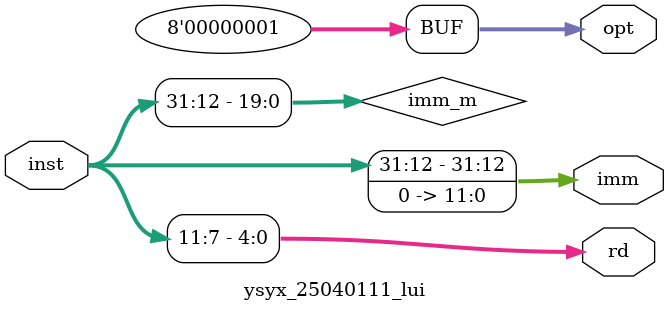
<source format=v>
module ysyx_25040111_lui(
      input [31:7] inst,
    output [4:0] rd,
    output [31:0] imm,
    output [7:0] opt
);

    wire [31:12] imm_m;

    assign {imm_m, rd} = inst[31:7];

    assign imm = {imm_m, 12'b0};

    assign opt = 8'b00000001;
    
endmodule

</source>
